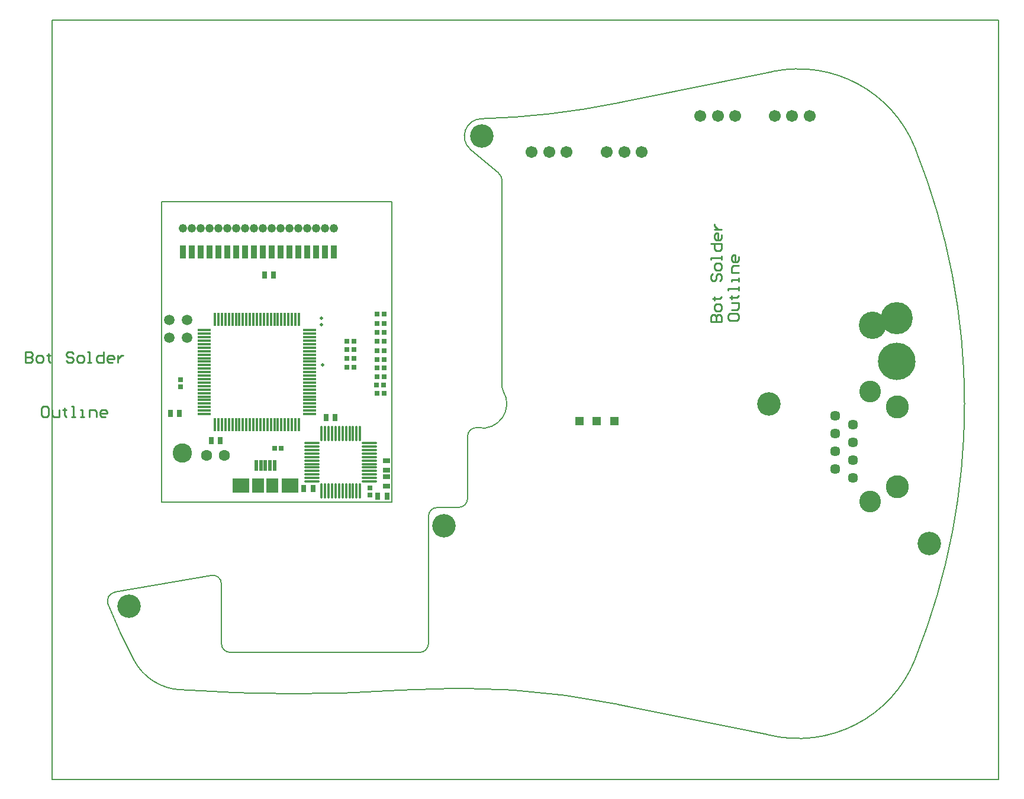
<source format=gbs>
G04 Layer_Color=16711935*
%FSLAX25Y25*%
%MOIN*%
G70*
G01*
G75*
%ADD32C,0.01000*%
%ADD34C,0.00600*%
%ADD39C,0.02000*%
%ADD56C,0.00800*%
%ADD59C,0.00500*%
%ADD90R,0.03943X0.02959*%
%ADD91R,0.02959X0.03943*%
%ADD92R,0.02959X0.02565*%
%ADD94R,0.02565X0.02959*%
%ADD119C,0.13200*%
%ADD120C,0.06699*%
%ADD121C,0.05715*%
%ADD122C,0.12211*%
%ADD123C,0.12998*%
%ADD124R,0.05125X0.05125*%
%ADD125C,0.15400*%
%ADD126C,0.21100*%
%ADD127C,0.18100*%
%ADD128C,0.04800*%
%ADD129C,0.05900*%
%ADD130C,0.06306*%
%ADD131C,0.10900*%
%ADD132R,0.03400X0.07400*%
%ADD133O,0.07487X0.01581*%
%ADD134O,0.01581X0.07487*%
%ADD135O,0.01581X0.08668*%
%ADD136O,0.08668X0.01581*%
%ADD137R,0.06502X0.07880*%
%ADD138R,0.09455X0.07880*%
%ADD139R,0.01975X0.05912*%
D32*
X546953Y344899D02*
X552951D01*
Y347898D01*
X551952Y348897D01*
X550952D01*
X549952Y347898D01*
Y344899D01*
Y347898D01*
X548952Y348897D01*
X547953D01*
X546953Y347898D01*
Y344899D01*
X552951Y351897D02*
Y353896D01*
X551952Y354895D01*
X549952D01*
X548952Y353896D01*
Y351897D01*
X549952Y350897D01*
X551952D01*
X552951Y351897D01*
X547953Y357894D02*
X548952D01*
Y356895D01*
Y358894D01*
Y357894D01*
X551952D01*
X552951Y358894D01*
X547953Y371890D02*
X546953Y370890D01*
Y368891D01*
X547953Y367891D01*
X548952D01*
X549952Y368891D01*
Y370890D01*
X550952Y371890D01*
X551952D01*
X552951Y370890D01*
Y368891D01*
X551952Y367891D01*
X552951Y374889D02*
Y376888D01*
X551952Y377888D01*
X549952D01*
X548952Y376888D01*
Y374889D01*
X549952Y373889D01*
X551952D01*
X552951Y374889D01*
Y379887D02*
Y381887D01*
Y380887D01*
X546953D01*
Y379887D01*
Y388884D02*
X552951D01*
Y385885D01*
X551952Y384886D01*
X549952D01*
X548952Y385885D01*
Y388884D01*
X552951Y393883D02*
Y391883D01*
X551952Y390884D01*
X549952D01*
X548952Y391883D01*
Y393883D01*
X549952Y394882D01*
X550952D01*
Y390884D01*
X548952Y396882D02*
X552951D01*
X550952D01*
X549952Y397882D01*
X548952Y398881D01*
Y399881D01*
X160748Y327983D02*
Y321985D01*
X163747D01*
X164746Y322985D01*
Y323985D01*
X163747Y324984D01*
X160748D01*
X163747D01*
X164746Y325984D01*
Y326983D01*
X163747Y327983D01*
X160748D01*
X167745Y321985D02*
X169745D01*
X170744Y322985D01*
Y324984D01*
X169745Y325984D01*
X167745D01*
X166746Y324984D01*
Y322985D01*
X167745Y321985D01*
X173743Y326983D02*
Y325984D01*
X172744D01*
X174743D01*
X173743D01*
Y322985D01*
X174743Y321985D01*
X187739Y326983D02*
X186739Y327983D01*
X184740D01*
X183740Y326983D01*
Y325984D01*
X184740Y324984D01*
X186739D01*
X187739Y323985D01*
Y322985D01*
X186739Y321985D01*
X184740D01*
X183740Y322985D01*
X190738Y321985D02*
X192737D01*
X193737Y322985D01*
Y324984D01*
X192737Y325984D01*
X190738D01*
X189738Y324984D01*
Y322985D01*
X190738Y321985D01*
X195736D02*
X197736D01*
X196736D01*
Y327983D01*
X195736D01*
X204733D02*
Y321985D01*
X201734D01*
X200735Y322985D01*
Y324984D01*
X201734Y325984D01*
X204733D01*
X209732Y321985D02*
X207732D01*
X206733Y322985D01*
Y324984D01*
X207732Y325984D01*
X209732D01*
X210731Y324984D01*
Y323985D01*
X206733D01*
X212731Y325984D02*
Y321985D01*
Y323985D01*
X213731Y324984D01*
X214730Y325984D01*
X215730D01*
X556453Y348398D02*
Y346398D01*
X557453Y345399D01*
X561451D01*
X562451Y346398D01*
Y348398D01*
X561451Y349397D01*
X557453D01*
X556453Y348398D01*
X558452Y351397D02*
X561451D01*
X562451Y352396D01*
Y355396D01*
X558452D01*
X557453Y358395D02*
X558452D01*
Y357395D01*
Y359394D01*
Y358395D01*
X561451D01*
X562451Y359394D01*
Y362393D02*
Y364393D01*
Y363393D01*
X556453D01*
Y362393D01*
X562451Y367392D02*
Y369391D01*
Y368391D01*
X558452D01*
Y367392D01*
X562451Y372390D02*
X558452D01*
Y375389D01*
X559452Y376389D01*
X562451D01*
Y381387D02*
Y379388D01*
X561451Y378388D01*
X559452D01*
X558452Y379388D01*
Y381387D01*
X559452Y382387D01*
X560452D01*
Y378388D01*
X172744Y297358D02*
X170744D01*
X169745Y296358D01*
Y292360D01*
X170744Y291360D01*
X172744D01*
X173743Y292360D01*
Y296358D01*
X172744Y297358D01*
X175743Y295359D02*
Y292360D01*
X176742Y291360D01*
X179742D01*
Y295359D01*
X182740Y296358D02*
Y295359D01*
X181741D01*
X183740D01*
X182740D01*
Y292360D01*
X183740Y291360D01*
X186739D02*
X188739D01*
X187739D01*
Y297358D01*
X186739D01*
X191738Y291360D02*
X193737D01*
X192737D01*
Y295359D01*
X191738D01*
X196736Y291360D02*
Y295359D01*
X199735D01*
X200735Y294359D01*
Y291360D01*
X205733D02*
X203734D01*
X202734Y292360D01*
Y294359D01*
X203734Y295359D01*
X205733D01*
X206733Y294359D01*
Y293359D01*
X202734D01*
D34*
X271199Y197100D02*
G03*
X265331Y202024I-5000J0D01*
G01*
X211131Y192424D02*
G03*
X207351Y185660I868J-4923D01*
G01*
X207365Y185649D02*
G03*
X221998Y154053I285528J113050D01*
G01*
X222012Y154064D02*
G03*
X248120Y137445I27788J14837D01*
G01*
X248123Y137498D02*
G03*
X374671Y137370I64179J895306D01*
G01*
X494138Y129335D02*
G03*
X375560Y137364I-89279J-438871D01*
G01*
X578946Y112082D02*
G03*
X661773Y154430I17054J68818D01*
G01*
X662305Y155917D02*
G03*
X662238Y441653I-358406J142783D01*
G01*
X661737Y443060D02*
G03*
X581986Y486002I-65737J-26559D01*
G01*
X429099Y308500D02*
G03*
X429836Y305888I4999J1D01*
G01*
X415703Y285110D02*
G03*
X429866Y305911I2396J13590D01*
G01*
X415668Y285124D02*
G03*
X409799Y280200I-869J-4924D01*
G01*
X404799Y240200D02*
G03*
X409799Y245200I0J5000D01*
G01*
X392799Y240200D02*
G03*
X387799Y235200I0J-5000D01*
G01*
X382799Y158500D02*
G03*
X387799Y163500I0J5000D01*
G01*
X271199D02*
G03*
X276199Y158500I5000J0D01*
G01*
X417516Y459294D02*
G03*
X494633Y468209I-12450J445697D01*
G01*
X417516Y459294D02*
G03*
X411452Y442036I300J-9800D01*
G01*
X429216Y424594D02*
G03*
X427437Y428419I-5000J1D01*
G01*
X494146Y129372D02*
X578955Y112119D01*
X494543Y468209D02*
X581999Y486000D01*
X271199Y163500D02*
Y197100D01*
X211099Y192400D02*
X265399Y202000D01*
X409799Y245200D02*
Y280200D01*
X392799Y240200D02*
X404799D01*
X387799Y163500D02*
Y235200D01*
X276199Y158500D02*
X382799D01*
X411416Y441994D02*
X427416Y428394D01*
X429117Y309399D02*
X429216Y424624D01*
X374671Y137370D02*
X375554D01*
X661773Y154430D02*
X662305Y155917D01*
X661737Y443060D02*
X662238Y441653D01*
X494543Y468209D02*
X494633D01*
X429099Y308500D02*
Y309381D01*
X429117Y309399D01*
D39*
X327540Y343143D02*
D03*
X328252Y320543D02*
D03*
X327540Y347043D02*
D03*
D56*
X176000Y87000D02*
Y515000D01*
X709000D01*
Y87000D02*
Y515000D01*
X176000Y87000D02*
X709000D01*
D59*
X237351Y243251D02*
X367273D01*
Y412543D01*
X237351D02*
X367273D01*
X237351Y243251D02*
Y412543D01*
D90*
X364023Y257425D02*
D03*
Y252307D02*
D03*
Y266480D02*
D03*
Y261362D02*
D03*
D91*
X330165Y290889D02*
D03*
X335283D02*
D03*
X270670Y277943D02*
D03*
X265551D02*
D03*
X242370Y293251D02*
D03*
X247488D02*
D03*
X359299Y246401D02*
D03*
X364417D02*
D03*
X322685Y250732D02*
D03*
X317566D02*
D03*
X295519Y371204D02*
D03*
X300637D02*
D03*
D92*
X248275Y312149D02*
D03*
Y308212D02*
D03*
X354952Y251311D02*
D03*
Y247374D02*
D03*
D94*
X301031Y273567D02*
D03*
X304968D02*
D03*
X362720Y328556D02*
D03*
X358783D02*
D03*
X362720Y334043D02*
D03*
X358783D02*
D03*
X362720Y344043D02*
D03*
X358783D02*
D03*
X358783Y339043D02*
D03*
X362720D02*
D03*
X345920Y319143D02*
D03*
X341983D02*
D03*
X345820Y329076D02*
D03*
X341883D02*
D03*
X345820Y324110D02*
D03*
X341883D02*
D03*
X362720Y314043D02*
D03*
X358783D02*
D03*
X362720Y323394D02*
D03*
X358783D02*
D03*
X358683Y309069D02*
D03*
X362620D02*
D03*
X345820Y334043D02*
D03*
X341883D02*
D03*
X358783Y349178D02*
D03*
X362720D02*
D03*
Y318943D02*
D03*
X358783D02*
D03*
Y304501D02*
D03*
X362720D02*
D03*
D119*
X417951Y449599D02*
D03*
X219299Y184500D02*
D03*
X579499Y298700D02*
D03*
X669999Y220000D02*
D03*
X396399Y229800D02*
D03*
D120*
X445851Y440548D02*
D03*
X465537D02*
D03*
X455694D02*
D03*
X488219D02*
D03*
X507905D02*
D03*
X498062D02*
D03*
X540988Y461007D02*
D03*
X560674D02*
D03*
X550831D02*
D03*
X582738Y461019D02*
D03*
X602424D02*
D03*
X592581D02*
D03*
D121*
X616715Y271993D02*
D03*
Y261993D02*
D03*
Y281993D02*
D03*
Y291993D02*
D03*
X626715Y276993D02*
D03*
Y286993D02*
D03*
Y256993D02*
D03*
Y266993D02*
D03*
D122*
X636515Y243493D02*
D03*
Y305393D02*
D03*
D123*
X651715Y251993D02*
D03*
Y296993D02*
D03*
D124*
X482674Y288820D02*
D03*
X472774D02*
D03*
X492574D02*
D03*
D125*
X637687Y342843D02*
D03*
D126*
X651487Y322393D02*
D03*
D127*
Y346793D02*
D03*
D128*
X314633Y397614D02*
D03*
X249633D02*
D03*
X254633D02*
D03*
X259633D02*
D03*
X264633D02*
D03*
X269633D02*
D03*
X274633D02*
D03*
X279633D02*
D03*
X284633D02*
D03*
X289633D02*
D03*
X294633D02*
D03*
X299633D02*
D03*
X304633D02*
D03*
X309633D02*
D03*
X329633D02*
D03*
X324633D02*
D03*
X319633D02*
D03*
X334633D02*
D03*
D129*
X251818Y335771D02*
D03*
X241818D02*
D03*
X251818Y345771D02*
D03*
X241818D02*
D03*
D130*
X272685Y269629D02*
D03*
X262685D02*
D03*
D131*
X249062Y270811D02*
D03*
D132*
X249633Y384306D02*
D03*
X254633D02*
D03*
X259633D02*
D03*
X264633D02*
D03*
X269633D02*
D03*
X274633D02*
D03*
X279633D02*
D03*
X284633D02*
D03*
X289633D02*
D03*
X294633D02*
D03*
X299633D02*
D03*
X304633D02*
D03*
X309633D02*
D03*
X314633D02*
D03*
X334633D02*
D03*
X329633D02*
D03*
X324633D02*
D03*
X319633D02*
D03*
D133*
X261464Y340102D02*
D03*
Y338133D02*
D03*
Y336165D02*
D03*
Y334196D02*
D03*
Y332228D02*
D03*
Y330259D02*
D03*
Y328291D02*
D03*
Y326322D02*
D03*
Y324354D02*
D03*
Y322385D02*
D03*
Y320417D02*
D03*
Y318448D02*
D03*
Y316480D02*
D03*
Y314511D02*
D03*
Y312543D02*
D03*
Y310574D02*
D03*
Y308606D02*
D03*
Y306637D02*
D03*
Y304669D02*
D03*
Y302700D02*
D03*
Y300732D02*
D03*
Y298763D02*
D03*
Y296795D02*
D03*
Y294826D02*
D03*
Y292858D02*
D03*
X320913D02*
D03*
Y294826D02*
D03*
Y296795D02*
D03*
Y298763D02*
D03*
Y300732D02*
D03*
Y310574D02*
D03*
Y312543D02*
D03*
Y314511D02*
D03*
Y316480D02*
D03*
Y318448D02*
D03*
Y320417D02*
D03*
Y322385D02*
D03*
Y324354D02*
D03*
Y326322D02*
D03*
Y328291D02*
D03*
Y330259D02*
D03*
Y332228D02*
D03*
Y334196D02*
D03*
Y336165D02*
D03*
Y338133D02*
D03*
Y340102D02*
D03*
Y308606D02*
D03*
Y304669D02*
D03*
Y302700D02*
D03*
Y306637D02*
D03*
D134*
X267566Y286755D02*
D03*
X269535D02*
D03*
X271503D02*
D03*
X273472D02*
D03*
X275441D02*
D03*
X277409D02*
D03*
X279378D02*
D03*
X281346D02*
D03*
X283314D02*
D03*
X285283D02*
D03*
X287251D02*
D03*
X289220D02*
D03*
X291189D02*
D03*
X293157D02*
D03*
X295126D02*
D03*
X297094D02*
D03*
X299062D02*
D03*
X301031D02*
D03*
X302999D02*
D03*
X304968D02*
D03*
X306937D02*
D03*
X308905D02*
D03*
X310874D02*
D03*
X312842D02*
D03*
X314811D02*
D03*
Y346204D02*
D03*
X312842D02*
D03*
X310874D02*
D03*
X308905D02*
D03*
X306937D02*
D03*
X304968D02*
D03*
X302999D02*
D03*
X301031D02*
D03*
X299062D02*
D03*
X297094D02*
D03*
X295126D02*
D03*
X293157D02*
D03*
X291189D02*
D03*
X289220D02*
D03*
X287251D02*
D03*
X285283D02*
D03*
X283314D02*
D03*
X281346D02*
D03*
X279378D02*
D03*
X277409D02*
D03*
X275441D02*
D03*
X273472D02*
D03*
X271503D02*
D03*
X269535D02*
D03*
X267566D02*
D03*
D135*
X327606Y281834D02*
D03*
X329574D02*
D03*
X331543D02*
D03*
X333511D02*
D03*
X335480D02*
D03*
X337448D02*
D03*
X339417D02*
D03*
X341385D02*
D03*
X343354D02*
D03*
X345322D02*
D03*
X347291D02*
D03*
X349259D02*
D03*
Y249551D02*
D03*
X347291D02*
D03*
X345322D02*
D03*
X343354D02*
D03*
X341385D02*
D03*
X339417D02*
D03*
X337448D02*
D03*
X335480D02*
D03*
X333511D02*
D03*
X331543D02*
D03*
X329574D02*
D03*
X327606D02*
D03*
D136*
X354574Y272582D02*
D03*
Y266677D02*
D03*
Y264708D02*
D03*
Y262740D02*
D03*
Y260771D02*
D03*
Y258803D02*
D03*
Y256834D02*
D03*
Y254866D02*
D03*
X322291D02*
D03*
Y256834D02*
D03*
Y258803D02*
D03*
Y260771D02*
D03*
Y262740D02*
D03*
Y264708D02*
D03*
Y266677D02*
D03*
Y268645D02*
D03*
Y270614D02*
D03*
Y272582D02*
D03*
Y274551D02*
D03*
Y276519D02*
D03*
X354574D02*
D03*
Y274551D02*
D03*
Y270614D02*
D03*
Y268645D02*
D03*
D137*
X291878Y252503D02*
D03*
X299948D02*
D03*
D138*
X282133D02*
D03*
X309693D02*
D03*
D139*
X290795Y263724D02*
D03*
X293354D02*
D03*
X295913D02*
D03*
X298472D02*
D03*
X301031D02*
D03*
M02*

</source>
